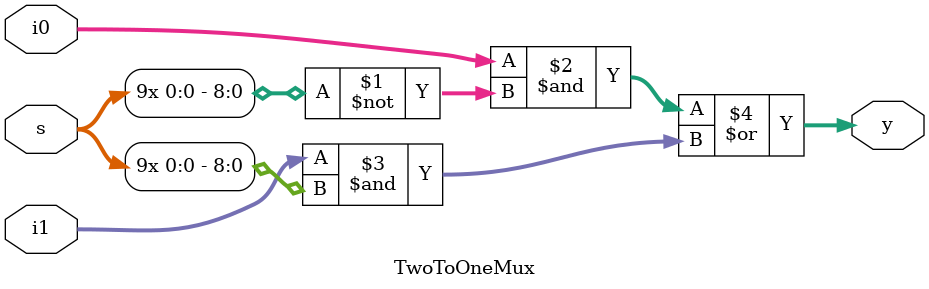
<source format=v>
`timescale 1ns / 1ps


module TwoToOneMux(
    input s,
    input [8:0] i0,
    input [8:0] i1,
    output [8:0] y
    );
    assign y = i0&~{9{s}}|i1&{9{s}};

    
endmodule

</source>
